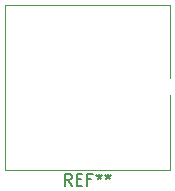
<source format=gto>
%TF.GenerationSoftware,KiCad,Pcbnew,7.0.9-7.0.9~ubuntu22.04.1*%
%TF.CreationDate,2023-11-09T12:16:25-08:00*%
%TF.ProjectId,SST60,53535436-302e-46b6-9963-61645f706362,0.1*%
%TF.SameCoordinates,Original*%
%TF.FileFunction,Legend,Top*%
%TF.FilePolarity,Positive*%
%FSLAX46Y46*%
G04 Gerber Fmt 4.6, Leading zero omitted, Abs format (unit mm)*
G04 Created by KiCad (PCBNEW 7.0.9-7.0.9~ubuntu22.04.1) date 2023-11-09 12:16:25*
%MOMM*%
%LPD*%
G01*
G04 APERTURE LIST*
%ADD10C,0.150000*%
%ADD11C,0.120000*%
%ADD12C,1.750000*%
%ADD13C,3.987800*%
%ADD14C,4.000000*%
%ADD15C,3.050000*%
%ADD16C,1.700000*%
%ADD17C,2.200000*%
%ADD18C,1.000000*%
%ADD19C,7.001300*%
%ADD20C,7.000240*%
%ADD21C,3.048000*%
%ADD22C,0.750000*%
%ADD23O,1.100000X1.700000*%
%ADD24O,1.100000X2.200000*%
%ADD25R,1.700000X1.700000*%
%ADD26O,1.700000X1.700000*%
G04 APERTURE END LIST*
D10*
X161656666Y-133758819D02*
X161323333Y-133282628D01*
X161085238Y-133758819D02*
X161085238Y-132758819D01*
X161085238Y-132758819D02*
X161466190Y-132758819D01*
X161466190Y-132758819D02*
X161561428Y-132806438D01*
X161561428Y-132806438D02*
X161609047Y-132854057D01*
X161609047Y-132854057D02*
X161656666Y-132949295D01*
X161656666Y-132949295D02*
X161656666Y-133092152D01*
X161656666Y-133092152D02*
X161609047Y-133187390D01*
X161609047Y-133187390D02*
X161561428Y-133235009D01*
X161561428Y-133235009D02*
X161466190Y-133282628D01*
X161466190Y-133282628D02*
X161085238Y-133282628D01*
X162085238Y-133235009D02*
X162418571Y-133235009D01*
X162561428Y-133758819D02*
X162085238Y-133758819D01*
X162085238Y-133758819D02*
X162085238Y-132758819D01*
X162085238Y-132758819D02*
X162561428Y-132758819D01*
X163323333Y-133235009D02*
X162990000Y-133235009D01*
X162990000Y-133758819D02*
X162990000Y-132758819D01*
X162990000Y-132758819D02*
X163466190Y-132758819D01*
X163990000Y-132758819D02*
X163990000Y-132996914D01*
X163751905Y-132901676D02*
X163990000Y-132996914D01*
X163990000Y-132996914D02*
X164228095Y-132901676D01*
X163847143Y-133187390D02*
X163990000Y-132996914D01*
X163990000Y-132996914D02*
X164132857Y-133187390D01*
X164751905Y-132758819D02*
X164751905Y-132996914D01*
X164513810Y-132901676D02*
X164751905Y-132996914D01*
X164751905Y-132996914D02*
X164990000Y-132901676D01*
X164609048Y-133187390D02*
X164751905Y-132996914D01*
X164751905Y-132996914D02*
X164894762Y-133187390D01*
D11*
%TO.C,REF\u002A\u002A*%
X156005000Y-118445000D02*
X169975000Y-118445000D01*
X169975000Y-118445000D02*
X169975000Y-132415000D01*
X169975000Y-132415000D02*
X156005000Y-132415000D01*
X156005000Y-132415000D02*
X156005000Y-118445000D01*
%TD*%
%LPC*%
D12*
%TO.C,1.25U*%
X300620000Y-125430000D03*
D13*
X305700000Y-125430000D03*
D12*
X310780000Y-125430000D03*
%TD*%
%TO.C,1.25U*%
X276720000Y-125430000D03*
D13*
X281800000Y-125430000D03*
D12*
X286880000Y-125430000D03*
%TD*%
%TO.C,1.25U*%
X252880000Y-125490000D03*
D13*
X257960000Y-125490000D03*
D12*
X263040000Y-125490000D03*
%TD*%
%TO.C,1.25U*%
X229160000Y-125430000D03*
D13*
X234240000Y-125430000D03*
D12*
X239320000Y-125430000D03*
%TD*%
%TO.C,Small Split*%
X226695000Y-125412500D03*
D13*
X231775000Y-125412500D03*
D12*
X236855000Y-125412500D03*
%TD*%
%TO.C,N*%
X174307500Y-106362500D03*
D13*
X179387500Y-106362500D03*
D12*
X184467500Y-106362500D03*
%TD*%
D14*
%TO.C,REF\u002A\u002A*%
X112990000Y-117190000D03*
D15*
X212990000Y-132430000D03*
D16*
X157910000Y-125430000D03*
D14*
X212990000Y-117190000D03*
D15*
X112990000Y-132430000D03*
D14*
X162990000Y-125430000D03*
D16*
X168070000Y-125430000D03*
D17*
X165530000Y-120350000D03*
X159180000Y-122890000D03*
%TD*%
D12*
%TO.C,1.25U*%
X86430000Y-125450000D03*
D13*
X91510000Y-125450000D03*
D12*
X96590000Y-125450000D03*
%TD*%
%TO.C,1.25U*%
X62510000Y-125450000D03*
D13*
X67590000Y-125450000D03*
D12*
X72670000Y-125450000D03*
%TD*%
%TO.C,1.25U*%
X38670000Y-125330000D03*
D13*
X43750000Y-125330000D03*
D12*
X48830000Y-125330000D03*
%TD*%
%TO.C,2*%
X155240000Y-106380000D03*
D13*
X160320000Y-106380000D03*
D12*
X165400000Y-106380000D03*
%TD*%
%TO.C,2*%
X55270000Y-49190000D03*
D13*
X60350000Y-49190000D03*
D12*
X65430000Y-49190000D03*
%TD*%
%TO.C,1.50u*%
X40957500Y-125412500D03*
D13*
X46037500Y-125412500D03*
D12*
X51117500Y-125412500D03*
%TD*%
%TO.C,T*%
X140970000Y-68262500D03*
D13*
X146050000Y-68262500D03*
D12*
X151130000Y-68262500D03*
%TD*%
%TO.C,Tab*%
X40957500Y-68262500D03*
D13*
X46037500Y-68262500D03*
D12*
X51117500Y-68262500D03*
%TD*%
%TO.C,[*%
X255270000Y-68262500D03*
D13*
X260350000Y-68262500D03*
D12*
X265430000Y-68262500D03*
%TD*%
%TO.C,1.50u*%
X250507500Y-125412500D03*
D13*
X255587500Y-125412500D03*
D12*
X260667500Y-125412500D03*
%TD*%
%TO.C,R*%
X121920000Y-68262500D03*
D13*
X127000000Y-68262500D03*
D12*
X132080000Y-68262500D03*
%TD*%
%TO.C,<*%
X212407500Y-106362500D03*
D13*
X217487500Y-106362500D03*
D12*
X222567500Y-106362500D03*
%TD*%
%TO.C,Stepped*%
X38576250Y-87312500D03*
D13*
X43656250Y-87312500D03*
D12*
X48736250Y-87312500D03*
%TD*%
%TO.C,S*%
X88582500Y-87312500D03*
X98742500Y-87312500D03*
%TD*%
%TO.C,H*%
X164782500Y-87312500D03*
D13*
X169862500Y-87312500D03*
D12*
X174942500Y-87312500D03*
%TD*%
%TO.C,D*%
X107632500Y-87312500D03*
X117792500Y-87312500D03*
%TD*%
%TO.C,J*%
X183832500Y-87312500D03*
D13*
X188912500Y-87312500D03*
D12*
X193992500Y-87312500D03*
%TD*%
%TO.C,Z*%
X79057500Y-106362500D03*
D13*
X84137500Y-106362500D03*
D12*
X89217500Y-106362500D03*
%TD*%
%TO.C,Split*%
X302895000Y-106362500D03*
D13*
X307975000Y-106362500D03*
D12*
X313055000Y-106362500D03*
%TD*%
%TO.C,W*%
X83820000Y-68262500D03*
X93980000Y-68262500D03*
%TD*%
%TO.C,-*%
X245745000Y-49212500D03*
D13*
X250825000Y-49212500D03*
D12*
X255905000Y-49212500D03*
%TD*%
%TO.C,Split*%
X276701250Y-106362500D03*
D13*
X281781250Y-106362500D03*
D12*
X286861250Y-106362500D03*
%TD*%
%TO.C,V*%
X136207500Y-106362500D03*
D13*
X141287500Y-106362500D03*
D12*
X146367500Y-106362500D03*
%TD*%
%TO.C,X*%
X108267500Y-106362500D03*
D13*
X103187500Y-106362500D03*
D12*
X98107500Y-106362500D03*
%TD*%
%TO.C,1u*%
X274320000Y-125412500D03*
D13*
X279400000Y-125412500D03*
D12*
X284480000Y-125412500D03*
%TD*%
%TO.C,5*%
X131445000Y-49212500D03*
D13*
X136525000Y-49212500D03*
D12*
X141605000Y-49212500D03*
%TD*%
D18*
%TO.C,H1*%
X55036250Y-68031250D03*
X55709904Y-66404904D03*
X55709904Y-69657596D03*
X57336250Y-65731250D03*
D19*
X57336250Y-68031250D03*
D18*
X57336250Y-70331250D03*
X58962596Y-66404904D03*
X58962596Y-69657596D03*
X59636250Y-68031250D03*
X292186250Y-65731250D03*
X292186250Y-70331250D03*
D20*
X160336250Y-87131250D03*
X222636250Y-125331250D03*
D18*
X293635250Y-70413250D03*
X290714250Y-70413250D03*
D20*
X292186250Y-68031250D03*
D18*
X290841250Y-65714250D03*
X293635250Y-65714250D03*
%TD*%
D12*
%TO.C,G*%
X145732500Y-87312500D03*
D13*
X150812500Y-87312500D03*
D12*
X155892500Y-87312500D03*
%TD*%
%TO.C,:*%
X240982500Y-87312500D03*
D13*
X246062500Y-87312500D03*
D12*
X251142500Y-87312500D03*
%TD*%
%TO.C,8*%
X188595000Y-49212500D03*
D13*
X193675000Y-49212500D03*
D12*
X198755000Y-49212500D03*
%TD*%
%TO.C,P*%
X236220000Y-68262500D03*
D13*
X241300000Y-68262500D03*
D12*
X246380000Y-68262500D03*
%TD*%
%TO.C,Q*%
X64770000Y-68262500D03*
D13*
X69850000Y-68262500D03*
D12*
X74930000Y-68262500D03*
%TD*%
%TO.C,Y*%
X160020000Y-68262500D03*
D13*
X165100000Y-68262500D03*
D12*
X170180000Y-68262500D03*
%TD*%
%TO.C,]*%
X274320000Y-68262500D03*
D13*
X279400000Y-68262500D03*
D12*
X284480000Y-68262500D03*
%TD*%
%TO.C,1u/7u/10u*%
X169545000Y-125412500D03*
D13*
X174625000Y-125412500D03*
D12*
X179705000Y-125412500D03*
%TD*%
%TO.C,9*%
X207645000Y-49212500D03*
D13*
X212725000Y-49212500D03*
D12*
X217805000Y-49212500D03*
%TD*%
%TO.C,ISO*%
X60007500Y-106362500D03*
D13*
X65087500Y-106362500D03*
D12*
X70167500Y-106362500D03*
%TD*%
%TO.C,>*%
X231457500Y-106362500D03*
D13*
X236537500Y-106362500D03*
D12*
X241617500Y-106362500D03*
%TD*%
D21*
%TO.C,Full*%
X279368250Y-99377500D03*
D13*
X279368250Y-114617500D03*
D12*
X286226250Y-106362500D03*
D13*
X291306250Y-106362500D03*
D12*
X296386250Y-106362500D03*
D21*
X303244250Y-99377500D03*
D13*
X303244250Y-114617500D03*
%TD*%
D12*
%TO.C,C*%
X117157500Y-106362500D03*
D13*
X122237500Y-106362500D03*
D12*
X127317500Y-106362500D03*
%TD*%
%TO.C,E*%
X102870000Y-68262500D03*
D13*
X107950000Y-68262500D03*
D12*
X113030000Y-68262500D03*
%TD*%
D21*
%TO.C,ANSI*%
X284130750Y-80327500D03*
D13*
X284130750Y-95567500D03*
D12*
X290988750Y-87312500D03*
D13*
X296068750Y-87312500D03*
D12*
X301148750Y-87312500D03*
D21*
X308006750Y-80327500D03*
D13*
X308006750Y-95567500D03*
%TD*%
D12*
%TO.C,A*%
X69532500Y-87312500D03*
X79692500Y-87312500D03*
%TD*%
%TO.C,Split*%
X302895000Y-49212500D03*
D13*
X307975000Y-49212500D03*
D12*
X313055000Y-49212500D03*
%TD*%
%TO.C,0*%
X226695000Y-49212500D03*
D13*
X231775000Y-49212500D03*
D12*
X236855000Y-49212500D03*
%TD*%
%TO.C,L*%
X221932500Y-87312500D03*
D13*
X227012500Y-87312500D03*
D12*
X232092500Y-87312500D03*
%TD*%
%TO.C,I*%
X198120000Y-68262500D03*
D13*
X203200000Y-68262500D03*
D12*
X208280000Y-68262500D03*
%TD*%
%TO.C,M*%
X193357500Y-106362500D03*
D13*
X198437500Y-106362500D03*
D12*
X203517500Y-106362500D03*
%TD*%
D21*
%TO.C,Full*%
X286512000Y-42227500D03*
D13*
X286512000Y-57467500D03*
D12*
X293370000Y-49212500D03*
D13*
X298450000Y-49212500D03*
D12*
X303530000Y-49212500D03*
D21*
X310388000Y-42227500D03*
D13*
X310388000Y-57467500D03*
%TD*%
D12*
%TO.C,?*%
X250507500Y-106362500D03*
D13*
X255587500Y-106362500D03*
D12*
X260667500Y-106362500D03*
%TD*%
%TO.C,F*%
X126682500Y-87312500D03*
D13*
X131762500Y-87312500D03*
D12*
X136842500Y-87312500D03*
%TD*%
%TO.C,1u*%
X64770000Y-125412500D03*
D13*
X69850000Y-125412500D03*
D12*
X74930000Y-125412500D03*
%TD*%
%TO.C,3*%
X93345000Y-49212500D03*
D13*
X98425000Y-49212500D03*
D12*
X103505000Y-49212500D03*
%TD*%
%TO.C,6*%
X150495000Y-49212500D03*
D13*
X155575000Y-49212500D03*
D12*
X160655000Y-49212500D03*
%TD*%
%TO.C,"*%
X260032500Y-87312500D03*
D13*
X265112500Y-87312500D03*
D12*
X270192500Y-87312500D03*
%TD*%
%TO.C,Esc*%
X36195000Y-49212500D03*
D13*
X41275000Y-49212500D03*
D12*
X46355000Y-49212500D03*
%TD*%
%TO.C,1.50u*%
X88582500Y-125412500D03*
D13*
X93662500Y-125412500D03*
D12*
X98742500Y-125412500D03*
%TD*%
%TO.C,=*%
X264795000Y-49212500D03*
D13*
X269875000Y-49212500D03*
D12*
X274955000Y-49212500D03*
%TD*%
%TO.C,Split*%
X283845000Y-49212500D03*
D13*
X288925000Y-49212500D03*
D12*
X294005000Y-49212500D03*
%TD*%
%TO.C,K*%
X202882500Y-87312500D03*
D13*
X207962500Y-87312500D03*
D12*
X213042500Y-87312500D03*
%TD*%
%TO.C,ISO*%
X38576250Y-106362500D03*
D13*
X43656250Y-106362500D03*
D12*
X48736250Y-106362500D03*
%TD*%
%TO.C,2*%
X74295000Y-49212500D03*
D13*
X79375000Y-49212500D03*
D12*
X84455000Y-49212500D03*
%TD*%
%TO.C,ANSI*%
X298132500Y-68262500D03*
D13*
X303212500Y-68262500D03*
D12*
X308292500Y-68262500D03*
%TD*%
%TO.C,Full*%
X43338750Y-87312500D03*
D13*
X48418750Y-87312500D03*
D12*
X53498750Y-87312500D03*
%TD*%
%TO.C,7*%
X169545000Y-49212500D03*
D13*
X174625000Y-49212500D03*
D12*
X179705000Y-49212500D03*
%TD*%
%TO.C,O*%
X217170000Y-68262500D03*
D13*
X222250000Y-68262500D03*
D12*
X227330000Y-68262500D03*
%TD*%
%TO.C,1.50u*%
X298132500Y-125412500D03*
D13*
X303212500Y-125412500D03*
D12*
X308292500Y-125412500D03*
%TD*%
D21*
%TO.C,ANSI*%
X41243250Y-99377500D03*
D13*
X41243250Y-114617500D03*
D12*
X48101250Y-106362500D03*
D13*
X53181250Y-106362500D03*
D12*
X58261250Y-106362500D03*
D21*
X65119250Y-99377500D03*
D13*
X65119250Y-114617500D03*
%TD*%
%TO.C,MX42*%
X117475000Y-117157500D03*
D21*
X117475000Y-132397500D03*
D12*
X169545000Y-125412500D03*
D13*
X174625000Y-125412500D03*
D12*
X179705000Y-125412500D03*
D13*
X231775000Y-117157500D03*
D21*
X231775000Y-132397500D03*
%TD*%
D12*
%TO.C,4*%
X112395000Y-49212500D03*
D13*
X117475000Y-49212500D03*
D12*
X122555000Y-49212500D03*
%TD*%
%TO.C,U*%
X179070000Y-68262500D03*
D13*
X184150000Y-68262500D03*
D12*
X189230000Y-68262500D03*
%TD*%
D22*
%TO.C,USB1*%
X47560000Y-44637500D03*
X53340000Y-44637500D03*
D23*
X46130000Y-40987500D03*
D24*
X46130000Y-45167500D03*
D23*
X54770000Y-40987500D03*
D24*
X54770000Y-45167500D03*
%TD*%
D25*
%TO.C,J2*%
X34550000Y-81925000D03*
D26*
X34550000Y-84465000D03*
X34550000Y-87005000D03*
X34550000Y-89545000D03*
X34550000Y-92085000D03*
%TD*%
%LPD*%
M02*

</source>
